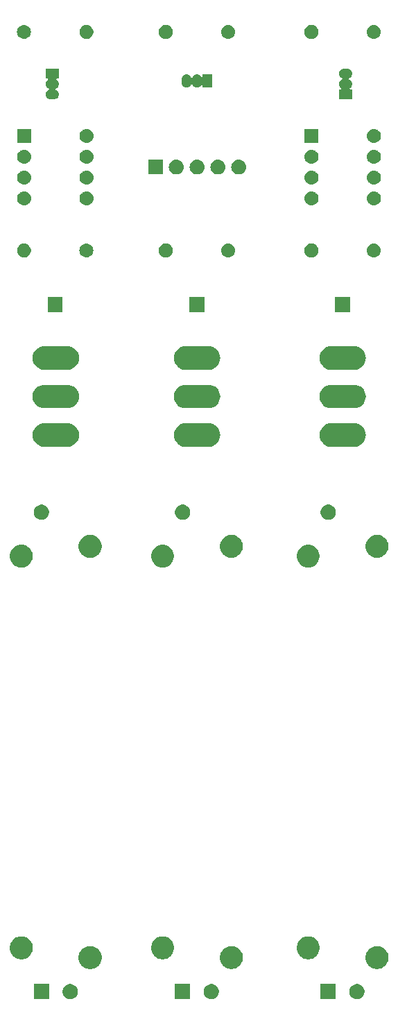
<source format=gts>
G04 #@! TF.GenerationSoftware,KiCad,Pcbnew,5.1.4-e60b266~84~ubuntu19.04.1*
G04 #@! TF.CreationDate,2019-09-11T11:59:24+02:00*
G04 #@! TF.ProjectId,PixelSlasher,50697865-6c53-46c6-9173-6865722e6b69,2.0.3*
G04 #@! TF.SameCoordinates,Original*
G04 #@! TF.FileFunction,Soldermask,Top*
G04 #@! TF.FilePolarity,Negative*
%FSLAX46Y46*%
G04 Gerber Fmt 4.6, Leading zero omitted, Abs format (unit mm)*
G04 Created by KiCad (PCBNEW 5.1.4-e60b266~84~ubuntu19.04.1) date 2019-09-11 11:59:24*
%MOMM*%
%LPD*%
G04 APERTURE LIST*
%ADD10C,0.100000*%
G04 APERTURE END LIST*
D10*
G36*
X149820104Y-165765005D02*
G01*
X149988626Y-165834809D01*
X150140291Y-165936148D01*
X150269272Y-166065129D01*
X150370611Y-166216794D01*
X150440415Y-166385316D01*
X150476000Y-166564217D01*
X150476000Y-166746623D01*
X150440415Y-166925524D01*
X150370611Y-167094046D01*
X150269272Y-167245711D01*
X150140291Y-167374692D01*
X149988626Y-167476031D01*
X149820104Y-167545835D01*
X149641203Y-167581420D01*
X149458797Y-167581420D01*
X149279896Y-167545835D01*
X149111374Y-167476031D01*
X148959709Y-167374692D01*
X148830728Y-167245711D01*
X148729389Y-167094046D01*
X148659585Y-166925524D01*
X148624000Y-166746623D01*
X148624000Y-166564217D01*
X148659585Y-166385316D01*
X148729389Y-166216794D01*
X148830728Y-166065129D01*
X148959709Y-165936148D01*
X149111374Y-165834809D01*
X149279896Y-165765005D01*
X149458797Y-165729420D01*
X149641203Y-165729420D01*
X149820104Y-165765005D01*
X149820104Y-165765005D01*
G37*
G36*
X146976000Y-167581420D02*
G01*
X145124000Y-167581420D01*
X145124000Y-165729420D01*
X146976000Y-165729420D01*
X146976000Y-167581420D01*
X146976000Y-167581420D01*
G37*
G36*
X111952000Y-167581420D02*
G01*
X110100000Y-167581420D01*
X110100000Y-165729420D01*
X111952000Y-165729420D01*
X111952000Y-167581420D01*
X111952000Y-167581420D01*
G37*
G36*
X114796104Y-165765005D02*
G01*
X114964626Y-165834809D01*
X115116291Y-165936148D01*
X115245272Y-166065129D01*
X115346611Y-166216794D01*
X115416415Y-166385316D01*
X115452000Y-166564217D01*
X115452000Y-166746623D01*
X115416415Y-166925524D01*
X115346611Y-167094046D01*
X115245272Y-167245711D01*
X115116291Y-167374692D01*
X114964626Y-167476031D01*
X114796104Y-167545835D01*
X114617203Y-167581420D01*
X114434797Y-167581420D01*
X114255896Y-167545835D01*
X114087374Y-167476031D01*
X113935709Y-167374692D01*
X113806728Y-167245711D01*
X113705389Y-167094046D01*
X113635585Y-166925524D01*
X113600000Y-166746623D01*
X113600000Y-166564217D01*
X113635585Y-166385316D01*
X113705389Y-166216794D01*
X113806728Y-166065129D01*
X113935709Y-165936148D01*
X114087374Y-165834809D01*
X114255896Y-165765005D01*
X114434797Y-165729420D01*
X114617203Y-165729420D01*
X114796104Y-165765005D01*
X114796104Y-165765005D01*
G37*
G36*
X132040104Y-165765005D02*
G01*
X132208626Y-165834809D01*
X132360291Y-165936148D01*
X132489272Y-166065129D01*
X132590611Y-166216794D01*
X132660415Y-166385316D01*
X132696000Y-166564217D01*
X132696000Y-166746623D01*
X132660415Y-166925524D01*
X132590611Y-167094046D01*
X132489272Y-167245711D01*
X132360291Y-167374692D01*
X132208626Y-167476031D01*
X132040104Y-167545835D01*
X131861203Y-167581420D01*
X131678797Y-167581420D01*
X131499896Y-167545835D01*
X131331374Y-167476031D01*
X131179709Y-167374692D01*
X131050728Y-167245711D01*
X130949389Y-167094046D01*
X130879585Y-166925524D01*
X130844000Y-166746623D01*
X130844000Y-166564217D01*
X130879585Y-166385316D01*
X130949389Y-166216794D01*
X131050728Y-166065129D01*
X131179709Y-165936148D01*
X131331374Y-165834809D01*
X131499896Y-165765005D01*
X131678797Y-165729420D01*
X131861203Y-165729420D01*
X132040104Y-165765005D01*
X132040104Y-165765005D01*
G37*
G36*
X129196000Y-167581420D02*
G01*
X127344000Y-167581420D01*
X127344000Y-165729420D01*
X129196000Y-165729420D01*
X129196000Y-167581420D01*
X129196000Y-167581420D01*
G37*
G36*
X134538433Y-161140313D02*
G01*
X134628657Y-161158259D01*
X134734267Y-161202005D01*
X134883621Y-161263869D01*
X134883622Y-161263870D01*
X135113086Y-161417192D01*
X135308228Y-161612334D01*
X135376209Y-161714076D01*
X135461551Y-161841799D01*
X135567161Y-162096764D01*
X135621000Y-162367432D01*
X135621000Y-162643408D01*
X135567161Y-162914076D01*
X135461551Y-163169041D01*
X135461550Y-163169042D01*
X135308228Y-163398506D01*
X135113086Y-163593648D01*
X134959763Y-163696095D01*
X134883621Y-163746971D01*
X134734267Y-163808835D01*
X134628657Y-163852581D01*
X134538433Y-163870527D01*
X134357988Y-163906420D01*
X134082012Y-163906420D01*
X133901567Y-163870527D01*
X133811343Y-163852581D01*
X133705733Y-163808835D01*
X133556379Y-163746971D01*
X133480237Y-163696095D01*
X133326914Y-163593648D01*
X133131772Y-163398506D01*
X132978450Y-163169042D01*
X132978449Y-163169041D01*
X132872839Y-162914076D01*
X132819000Y-162643408D01*
X132819000Y-162367432D01*
X132872839Y-162096764D01*
X132978449Y-161841799D01*
X133063791Y-161714076D01*
X133131772Y-161612334D01*
X133326914Y-161417192D01*
X133556378Y-161263870D01*
X133556379Y-161263869D01*
X133705733Y-161202005D01*
X133811343Y-161158259D01*
X133901567Y-161140313D01*
X134082012Y-161104420D01*
X134357988Y-161104420D01*
X134538433Y-161140313D01*
X134538433Y-161140313D01*
G37*
G36*
X152318433Y-161140313D02*
G01*
X152408657Y-161158259D01*
X152514267Y-161202005D01*
X152663621Y-161263869D01*
X152663622Y-161263870D01*
X152893086Y-161417192D01*
X153088228Y-161612334D01*
X153156209Y-161714076D01*
X153241551Y-161841799D01*
X153347161Y-162096764D01*
X153401000Y-162367432D01*
X153401000Y-162643408D01*
X153347161Y-162914076D01*
X153241551Y-163169041D01*
X153241550Y-163169042D01*
X153088228Y-163398506D01*
X152893086Y-163593648D01*
X152739763Y-163696095D01*
X152663621Y-163746971D01*
X152514267Y-163808835D01*
X152408657Y-163852581D01*
X152318433Y-163870527D01*
X152137988Y-163906420D01*
X151862012Y-163906420D01*
X151681567Y-163870527D01*
X151591343Y-163852581D01*
X151485733Y-163808835D01*
X151336379Y-163746971D01*
X151260237Y-163696095D01*
X151106914Y-163593648D01*
X150911772Y-163398506D01*
X150758450Y-163169042D01*
X150758449Y-163169041D01*
X150652839Y-162914076D01*
X150599000Y-162643408D01*
X150599000Y-162367432D01*
X150652839Y-162096764D01*
X150758449Y-161841799D01*
X150843791Y-161714076D01*
X150911772Y-161612334D01*
X151106914Y-161417192D01*
X151336378Y-161263870D01*
X151336379Y-161263869D01*
X151485733Y-161202005D01*
X151591343Y-161158259D01*
X151681567Y-161140313D01*
X151862012Y-161104420D01*
X152137988Y-161104420D01*
X152318433Y-161140313D01*
X152318433Y-161140313D01*
G37*
G36*
X117294433Y-161140313D02*
G01*
X117384657Y-161158259D01*
X117490267Y-161202005D01*
X117639621Y-161263869D01*
X117639622Y-161263870D01*
X117869086Y-161417192D01*
X118064228Y-161612334D01*
X118132209Y-161714076D01*
X118217551Y-161841799D01*
X118323161Y-162096764D01*
X118377000Y-162367432D01*
X118377000Y-162643408D01*
X118323161Y-162914076D01*
X118217551Y-163169041D01*
X118217550Y-163169042D01*
X118064228Y-163398506D01*
X117869086Y-163593648D01*
X117715763Y-163696095D01*
X117639621Y-163746971D01*
X117490267Y-163808835D01*
X117384657Y-163852581D01*
X117294433Y-163870527D01*
X117113988Y-163906420D01*
X116838012Y-163906420D01*
X116657567Y-163870527D01*
X116567343Y-163852581D01*
X116461733Y-163808835D01*
X116312379Y-163746971D01*
X116236237Y-163696095D01*
X116082914Y-163593648D01*
X115887772Y-163398506D01*
X115734450Y-163169042D01*
X115734449Y-163169041D01*
X115628839Y-162914076D01*
X115575000Y-162643408D01*
X115575000Y-162367432D01*
X115628839Y-162096764D01*
X115734449Y-161841799D01*
X115819791Y-161714076D01*
X115887772Y-161612334D01*
X116082914Y-161417192D01*
X116312378Y-161263870D01*
X116312379Y-161263869D01*
X116461733Y-161202005D01*
X116567343Y-161158259D01*
X116657567Y-161140313D01*
X116838012Y-161104420D01*
X117113988Y-161104420D01*
X117294433Y-161140313D01*
X117294433Y-161140313D01*
G37*
G36*
X126138433Y-159940313D02*
G01*
X126228657Y-159958259D01*
X126334267Y-160002005D01*
X126483621Y-160063869D01*
X126483622Y-160063870D01*
X126713086Y-160217192D01*
X126908228Y-160412334D01*
X127010675Y-160565657D01*
X127061551Y-160641799D01*
X127167161Y-160896764D01*
X127221000Y-161167432D01*
X127221000Y-161443408D01*
X127167161Y-161714076D01*
X127061551Y-161969041D01*
X127061550Y-161969042D01*
X126908228Y-162198506D01*
X126713086Y-162393648D01*
X126559763Y-162496095D01*
X126483621Y-162546971D01*
X126334267Y-162608835D01*
X126228657Y-162652581D01*
X126138433Y-162670527D01*
X125957988Y-162706420D01*
X125682012Y-162706420D01*
X125501567Y-162670527D01*
X125411343Y-162652581D01*
X125305733Y-162608835D01*
X125156379Y-162546971D01*
X125080237Y-162496095D01*
X124926914Y-162393648D01*
X124731772Y-162198506D01*
X124578450Y-161969042D01*
X124578449Y-161969041D01*
X124472839Y-161714076D01*
X124419000Y-161443408D01*
X124419000Y-161167432D01*
X124472839Y-160896764D01*
X124578449Y-160641799D01*
X124629325Y-160565657D01*
X124731772Y-160412334D01*
X124926914Y-160217192D01*
X125156378Y-160063870D01*
X125156379Y-160063869D01*
X125305733Y-160002005D01*
X125411343Y-159958259D01*
X125501567Y-159940313D01*
X125682012Y-159904420D01*
X125957988Y-159904420D01*
X126138433Y-159940313D01*
X126138433Y-159940313D01*
G37*
G36*
X143918433Y-159940313D02*
G01*
X144008657Y-159958259D01*
X144114267Y-160002005D01*
X144263621Y-160063869D01*
X144263622Y-160063870D01*
X144493086Y-160217192D01*
X144688228Y-160412334D01*
X144790675Y-160565657D01*
X144841551Y-160641799D01*
X144947161Y-160896764D01*
X145001000Y-161167432D01*
X145001000Y-161443408D01*
X144947161Y-161714076D01*
X144841551Y-161969041D01*
X144841550Y-161969042D01*
X144688228Y-162198506D01*
X144493086Y-162393648D01*
X144339763Y-162496095D01*
X144263621Y-162546971D01*
X144114267Y-162608835D01*
X144008657Y-162652581D01*
X143918433Y-162670527D01*
X143737988Y-162706420D01*
X143462012Y-162706420D01*
X143281567Y-162670527D01*
X143191343Y-162652581D01*
X143085733Y-162608835D01*
X142936379Y-162546971D01*
X142860237Y-162496095D01*
X142706914Y-162393648D01*
X142511772Y-162198506D01*
X142358450Y-161969042D01*
X142358449Y-161969041D01*
X142252839Y-161714076D01*
X142199000Y-161443408D01*
X142199000Y-161167432D01*
X142252839Y-160896764D01*
X142358449Y-160641799D01*
X142409325Y-160565657D01*
X142511772Y-160412334D01*
X142706914Y-160217192D01*
X142936378Y-160063870D01*
X142936379Y-160063869D01*
X143085733Y-160002005D01*
X143191343Y-159958259D01*
X143281567Y-159940313D01*
X143462012Y-159904420D01*
X143737988Y-159904420D01*
X143918433Y-159940313D01*
X143918433Y-159940313D01*
G37*
G36*
X108894433Y-159940313D02*
G01*
X108984657Y-159958259D01*
X109090267Y-160002005D01*
X109239621Y-160063869D01*
X109239622Y-160063870D01*
X109469086Y-160217192D01*
X109664228Y-160412334D01*
X109766675Y-160565657D01*
X109817551Y-160641799D01*
X109923161Y-160896764D01*
X109977000Y-161167432D01*
X109977000Y-161443408D01*
X109923161Y-161714076D01*
X109817551Y-161969041D01*
X109817550Y-161969042D01*
X109664228Y-162198506D01*
X109469086Y-162393648D01*
X109315763Y-162496095D01*
X109239621Y-162546971D01*
X109090267Y-162608835D01*
X108984657Y-162652581D01*
X108894433Y-162670527D01*
X108713988Y-162706420D01*
X108438012Y-162706420D01*
X108257567Y-162670527D01*
X108167343Y-162652581D01*
X108061733Y-162608835D01*
X107912379Y-162546971D01*
X107836237Y-162496095D01*
X107682914Y-162393648D01*
X107487772Y-162198506D01*
X107334450Y-161969042D01*
X107334449Y-161969041D01*
X107228839Y-161714076D01*
X107175000Y-161443408D01*
X107175000Y-161167432D01*
X107228839Y-160896764D01*
X107334449Y-160641799D01*
X107385325Y-160565657D01*
X107487772Y-160412334D01*
X107682914Y-160217192D01*
X107912378Y-160063870D01*
X107912379Y-160063869D01*
X108061733Y-160002005D01*
X108167343Y-159958259D01*
X108257567Y-159940313D01*
X108438012Y-159904420D01*
X108713988Y-159904420D01*
X108894433Y-159940313D01*
X108894433Y-159940313D01*
G37*
G36*
X108894433Y-112140313D02*
G01*
X108984657Y-112158259D01*
X109090267Y-112202005D01*
X109239621Y-112263869D01*
X109239622Y-112263870D01*
X109469086Y-112417192D01*
X109664228Y-112612334D01*
X109732209Y-112714076D01*
X109817551Y-112841799D01*
X109923161Y-113096764D01*
X109977000Y-113367432D01*
X109977000Y-113643408D01*
X109923161Y-113914076D01*
X109817551Y-114169041D01*
X109817550Y-114169042D01*
X109664228Y-114398506D01*
X109469086Y-114593648D01*
X109315763Y-114696095D01*
X109239621Y-114746971D01*
X109090267Y-114808835D01*
X108984657Y-114852581D01*
X108894433Y-114870527D01*
X108713988Y-114906420D01*
X108438012Y-114906420D01*
X108257567Y-114870527D01*
X108167343Y-114852581D01*
X108061733Y-114808835D01*
X107912379Y-114746971D01*
X107836237Y-114696095D01*
X107682914Y-114593648D01*
X107487772Y-114398506D01*
X107334450Y-114169042D01*
X107334449Y-114169041D01*
X107228839Y-113914076D01*
X107175000Y-113643408D01*
X107175000Y-113367432D01*
X107228839Y-113096764D01*
X107334449Y-112841799D01*
X107419791Y-112714076D01*
X107487772Y-112612334D01*
X107682914Y-112417192D01*
X107912378Y-112263870D01*
X107912379Y-112263869D01*
X108061733Y-112202005D01*
X108167343Y-112158259D01*
X108257567Y-112140313D01*
X108438012Y-112104420D01*
X108713988Y-112104420D01*
X108894433Y-112140313D01*
X108894433Y-112140313D01*
G37*
G36*
X126138433Y-112140313D02*
G01*
X126228657Y-112158259D01*
X126334267Y-112202005D01*
X126483621Y-112263869D01*
X126483622Y-112263870D01*
X126713086Y-112417192D01*
X126908228Y-112612334D01*
X126976209Y-112714076D01*
X127061551Y-112841799D01*
X127167161Y-113096764D01*
X127221000Y-113367432D01*
X127221000Y-113643408D01*
X127167161Y-113914076D01*
X127061551Y-114169041D01*
X127061550Y-114169042D01*
X126908228Y-114398506D01*
X126713086Y-114593648D01*
X126559763Y-114696095D01*
X126483621Y-114746971D01*
X126334267Y-114808835D01*
X126228657Y-114852581D01*
X126138433Y-114870527D01*
X125957988Y-114906420D01*
X125682012Y-114906420D01*
X125501567Y-114870527D01*
X125411343Y-114852581D01*
X125305733Y-114808835D01*
X125156379Y-114746971D01*
X125080237Y-114696095D01*
X124926914Y-114593648D01*
X124731772Y-114398506D01*
X124578450Y-114169042D01*
X124578449Y-114169041D01*
X124472839Y-113914076D01*
X124419000Y-113643408D01*
X124419000Y-113367432D01*
X124472839Y-113096764D01*
X124578449Y-112841799D01*
X124663791Y-112714076D01*
X124731772Y-112612334D01*
X124926914Y-112417192D01*
X125156378Y-112263870D01*
X125156379Y-112263869D01*
X125305733Y-112202005D01*
X125411343Y-112158259D01*
X125501567Y-112140313D01*
X125682012Y-112104420D01*
X125957988Y-112104420D01*
X126138433Y-112140313D01*
X126138433Y-112140313D01*
G37*
G36*
X143918433Y-112140313D02*
G01*
X144008657Y-112158259D01*
X144114267Y-112202005D01*
X144263621Y-112263869D01*
X144263622Y-112263870D01*
X144493086Y-112417192D01*
X144688228Y-112612334D01*
X144756209Y-112714076D01*
X144841551Y-112841799D01*
X144947161Y-113096764D01*
X145001000Y-113367432D01*
X145001000Y-113643408D01*
X144947161Y-113914076D01*
X144841551Y-114169041D01*
X144841550Y-114169042D01*
X144688228Y-114398506D01*
X144493086Y-114593648D01*
X144339763Y-114696095D01*
X144263621Y-114746971D01*
X144114267Y-114808835D01*
X144008657Y-114852581D01*
X143918433Y-114870527D01*
X143737988Y-114906420D01*
X143462012Y-114906420D01*
X143281567Y-114870527D01*
X143191343Y-114852581D01*
X143085733Y-114808835D01*
X142936379Y-114746971D01*
X142860237Y-114696095D01*
X142706914Y-114593648D01*
X142511772Y-114398506D01*
X142358450Y-114169042D01*
X142358449Y-114169041D01*
X142252839Y-113914076D01*
X142199000Y-113643408D01*
X142199000Y-113367432D01*
X142252839Y-113096764D01*
X142358449Y-112841799D01*
X142443791Y-112714076D01*
X142511772Y-112612334D01*
X142706914Y-112417192D01*
X142936378Y-112263870D01*
X142936379Y-112263869D01*
X143085733Y-112202005D01*
X143191343Y-112158259D01*
X143281567Y-112140313D01*
X143462012Y-112104420D01*
X143737988Y-112104420D01*
X143918433Y-112140313D01*
X143918433Y-112140313D01*
G37*
G36*
X117294433Y-110940313D02*
G01*
X117384657Y-110958259D01*
X117490267Y-111002005D01*
X117639621Y-111063869D01*
X117639622Y-111063870D01*
X117869086Y-111217192D01*
X118064228Y-111412334D01*
X118166675Y-111565657D01*
X118217551Y-111641799D01*
X118323161Y-111896764D01*
X118377000Y-112167432D01*
X118377000Y-112443408D01*
X118323161Y-112714076D01*
X118217551Y-112969041D01*
X118217550Y-112969042D01*
X118064228Y-113198506D01*
X117869086Y-113393648D01*
X117715763Y-113496095D01*
X117639621Y-113546971D01*
X117490267Y-113608835D01*
X117384657Y-113652581D01*
X117294433Y-113670527D01*
X117113988Y-113706420D01*
X116838012Y-113706420D01*
X116657567Y-113670527D01*
X116567343Y-113652581D01*
X116461733Y-113608835D01*
X116312379Y-113546971D01*
X116236237Y-113496095D01*
X116082914Y-113393648D01*
X115887772Y-113198506D01*
X115734450Y-112969042D01*
X115734449Y-112969041D01*
X115628839Y-112714076D01*
X115575000Y-112443408D01*
X115575000Y-112167432D01*
X115628839Y-111896764D01*
X115734449Y-111641799D01*
X115785325Y-111565657D01*
X115887772Y-111412334D01*
X116082914Y-111217192D01*
X116312378Y-111063870D01*
X116312379Y-111063869D01*
X116461733Y-111002005D01*
X116567343Y-110958259D01*
X116657567Y-110940313D01*
X116838012Y-110904420D01*
X117113988Y-110904420D01*
X117294433Y-110940313D01*
X117294433Y-110940313D01*
G37*
G36*
X134538433Y-110940313D02*
G01*
X134628657Y-110958259D01*
X134734267Y-111002005D01*
X134883621Y-111063869D01*
X134883622Y-111063870D01*
X135113086Y-111217192D01*
X135308228Y-111412334D01*
X135410675Y-111565657D01*
X135461551Y-111641799D01*
X135567161Y-111896764D01*
X135621000Y-112167432D01*
X135621000Y-112443408D01*
X135567161Y-112714076D01*
X135461551Y-112969041D01*
X135461550Y-112969042D01*
X135308228Y-113198506D01*
X135113086Y-113393648D01*
X134959763Y-113496095D01*
X134883621Y-113546971D01*
X134734267Y-113608835D01*
X134628657Y-113652581D01*
X134538433Y-113670527D01*
X134357988Y-113706420D01*
X134082012Y-113706420D01*
X133901567Y-113670527D01*
X133811343Y-113652581D01*
X133705733Y-113608835D01*
X133556379Y-113546971D01*
X133480237Y-113496095D01*
X133326914Y-113393648D01*
X133131772Y-113198506D01*
X132978450Y-112969042D01*
X132978449Y-112969041D01*
X132872839Y-112714076D01*
X132819000Y-112443408D01*
X132819000Y-112167432D01*
X132872839Y-111896764D01*
X132978449Y-111641799D01*
X133029325Y-111565657D01*
X133131772Y-111412334D01*
X133326914Y-111217192D01*
X133556378Y-111063870D01*
X133556379Y-111063869D01*
X133705733Y-111002005D01*
X133811343Y-110958259D01*
X133901567Y-110940313D01*
X134082012Y-110904420D01*
X134357988Y-110904420D01*
X134538433Y-110940313D01*
X134538433Y-110940313D01*
G37*
G36*
X152318433Y-110940313D02*
G01*
X152408657Y-110958259D01*
X152514267Y-111002005D01*
X152663621Y-111063869D01*
X152663622Y-111063870D01*
X152893086Y-111217192D01*
X153088228Y-111412334D01*
X153190675Y-111565657D01*
X153241551Y-111641799D01*
X153347161Y-111896764D01*
X153401000Y-112167432D01*
X153401000Y-112443408D01*
X153347161Y-112714076D01*
X153241551Y-112969041D01*
X153241550Y-112969042D01*
X153088228Y-113198506D01*
X152893086Y-113393648D01*
X152739763Y-113496095D01*
X152663621Y-113546971D01*
X152514267Y-113608835D01*
X152408657Y-113652581D01*
X152318433Y-113670527D01*
X152137988Y-113706420D01*
X151862012Y-113706420D01*
X151681567Y-113670527D01*
X151591343Y-113652581D01*
X151485733Y-113608835D01*
X151336379Y-113546971D01*
X151260237Y-113496095D01*
X151106914Y-113393648D01*
X150911772Y-113198506D01*
X150758450Y-112969042D01*
X150758449Y-112969041D01*
X150652839Y-112714076D01*
X150599000Y-112443408D01*
X150599000Y-112167432D01*
X150652839Y-111896764D01*
X150758449Y-111641799D01*
X150809325Y-111565657D01*
X150911772Y-111412334D01*
X151106914Y-111217192D01*
X151336378Y-111063870D01*
X151336379Y-111063869D01*
X151485733Y-111002005D01*
X151591343Y-110958259D01*
X151681567Y-110940313D01*
X151862012Y-110904420D01*
X152137988Y-110904420D01*
X152318433Y-110940313D01*
X152318433Y-110940313D01*
G37*
G36*
X146320104Y-107265005D02*
G01*
X146488626Y-107334809D01*
X146640291Y-107436148D01*
X146769272Y-107565129D01*
X146870611Y-107716794D01*
X146940415Y-107885316D01*
X146976000Y-108064217D01*
X146976000Y-108246623D01*
X146940415Y-108425524D01*
X146870611Y-108594046D01*
X146769272Y-108745711D01*
X146640291Y-108874692D01*
X146488626Y-108976031D01*
X146320104Y-109045835D01*
X146141203Y-109081420D01*
X145958797Y-109081420D01*
X145779896Y-109045835D01*
X145611374Y-108976031D01*
X145459709Y-108874692D01*
X145330728Y-108745711D01*
X145229389Y-108594046D01*
X145159585Y-108425524D01*
X145124000Y-108246623D01*
X145124000Y-108064217D01*
X145159585Y-107885316D01*
X145229389Y-107716794D01*
X145330728Y-107565129D01*
X145459709Y-107436148D01*
X145611374Y-107334809D01*
X145779896Y-107265005D01*
X145958797Y-107229420D01*
X146141203Y-107229420D01*
X146320104Y-107265005D01*
X146320104Y-107265005D01*
G37*
G36*
X111296104Y-107265005D02*
G01*
X111464626Y-107334809D01*
X111616291Y-107436148D01*
X111745272Y-107565129D01*
X111846611Y-107716794D01*
X111916415Y-107885316D01*
X111952000Y-108064217D01*
X111952000Y-108246623D01*
X111916415Y-108425524D01*
X111846611Y-108594046D01*
X111745272Y-108745711D01*
X111616291Y-108874692D01*
X111464626Y-108976031D01*
X111296104Y-109045835D01*
X111117203Y-109081420D01*
X110934797Y-109081420D01*
X110755896Y-109045835D01*
X110587374Y-108976031D01*
X110435709Y-108874692D01*
X110306728Y-108745711D01*
X110205389Y-108594046D01*
X110135585Y-108425524D01*
X110100000Y-108246623D01*
X110100000Y-108064217D01*
X110135585Y-107885316D01*
X110205389Y-107716794D01*
X110306728Y-107565129D01*
X110435709Y-107436148D01*
X110587374Y-107334809D01*
X110755896Y-107265005D01*
X110934797Y-107229420D01*
X111117203Y-107229420D01*
X111296104Y-107265005D01*
X111296104Y-107265005D01*
G37*
G36*
X128540104Y-107265005D02*
G01*
X128708626Y-107334809D01*
X128860291Y-107436148D01*
X128989272Y-107565129D01*
X129090611Y-107716794D01*
X129160415Y-107885316D01*
X129196000Y-108064217D01*
X129196000Y-108246623D01*
X129160415Y-108425524D01*
X129090611Y-108594046D01*
X128989272Y-108745711D01*
X128860291Y-108874692D01*
X128708626Y-108976031D01*
X128540104Y-109045835D01*
X128361203Y-109081420D01*
X128178797Y-109081420D01*
X127999896Y-109045835D01*
X127831374Y-108976031D01*
X127679709Y-108874692D01*
X127550728Y-108745711D01*
X127449389Y-108594046D01*
X127379585Y-108425524D01*
X127344000Y-108246623D01*
X127344000Y-108064217D01*
X127379585Y-107885316D01*
X127449389Y-107716794D01*
X127550728Y-107565129D01*
X127679709Y-107436148D01*
X127831374Y-107334809D01*
X127999896Y-107265005D01*
X128178797Y-107229420D01*
X128361203Y-107229420D01*
X128540104Y-107265005D01*
X128540104Y-107265005D01*
G37*
G36*
X149363831Y-97297627D02*
G01*
X149469495Y-97308034D01*
X149740654Y-97390289D01*
X149990555Y-97523864D01*
X150209595Y-97703625D01*
X150389356Y-97922665D01*
X150522931Y-98172566D01*
X150605186Y-98443725D01*
X150632960Y-98725720D01*
X150605186Y-99007715D01*
X150522931Y-99278874D01*
X150389356Y-99528775D01*
X150209595Y-99747815D01*
X149990555Y-99927576D01*
X149740654Y-100061151D01*
X149469495Y-100143406D01*
X149363831Y-100153813D01*
X149258168Y-100164220D01*
X146341832Y-100164220D01*
X146236169Y-100153813D01*
X146130505Y-100143406D01*
X145859346Y-100061151D01*
X145609445Y-99927576D01*
X145390405Y-99747815D01*
X145210644Y-99528775D01*
X145077069Y-99278874D01*
X144994814Y-99007715D01*
X144967040Y-98725720D01*
X144994814Y-98443725D01*
X145077069Y-98172566D01*
X145210644Y-97922665D01*
X145390405Y-97703625D01*
X145609445Y-97523864D01*
X145859346Y-97390289D01*
X146130505Y-97308034D01*
X146236169Y-97297627D01*
X146341832Y-97287220D01*
X149258168Y-97287220D01*
X149363831Y-97297627D01*
X149363831Y-97297627D01*
G37*
G36*
X131583831Y-97297627D02*
G01*
X131689495Y-97308034D01*
X131960654Y-97390289D01*
X132210555Y-97523864D01*
X132429595Y-97703625D01*
X132609356Y-97922665D01*
X132742931Y-98172566D01*
X132825186Y-98443725D01*
X132852960Y-98725720D01*
X132825186Y-99007715D01*
X132742931Y-99278874D01*
X132609356Y-99528775D01*
X132429595Y-99747815D01*
X132210555Y-99927576D01*
X131960654Y-100061151D01*
X131689495Y-100143406D01*
X131583831Y-100153813D01*
X131478168Y-100164220D01*
X128561832Y-100164220D01*
X128456169Y-100153813D01*
X128350505Y-100143406D01*
X128079346Y-100061151D01*
X127829445Y-99927576D01*
X127610405Y-99747815D01*
X127430644Y-99528775D01*
X127297069Y-99278874D01*
X127214814Y-99007715D01*
X127187040Y-98725720D01*
X127214814Y-98443725D01*
X127297069Y-98172566D01*
X127430644Y-97922665D01*
X127610405Y-97703625D01*
X127829445Y-97523864D01*
X128079346Y-97390289D01*
X128350505Y-97308034D01*
X128456169Y-97297627D01*
X128561832Y-97287220D01*
X131478168Y-97287220D01*
X131583831Y-97297627D01*
X131583831Y-97297627D01*
G37*
G36*
X114339831Y-97297627D02*
G01*
X114445495Y-97308034D01*
X114716654Y-97390289D01*
X114966555Y-97523864D01*
X115185595Y-97703625D01*
X115365356Y-97922665D01*
X115498931Y-98172566D01*
X115581186Y-98443725D01*
X115608960Y-98725720D01*
X115581186Y-99007715D01*
X115498931Y-99278874D01*
X115365356Y-99528775D01*
X115185595Y-99747815D01*
X114966555Y-99927576D01*
X114716654Y-100061151D01*
X114445495Y-100143406D01*
X114339831Y-100153813D01*
X114234168Y-100164220D01*
X111317832Y-100164220D01*
X111212169Y-100153813D01*
X111106505Y-100143406D01*
X110835346Y-100061151D01*
X110585445Y-99927576D01*
X110366405Y-99747815D01*
X110186644Y-99528775D01*
X110053069Y-99278874D01*
X109970814Y-99007715D01*
X109943040Y-98725720D01*
X109970814Y-98443725D01*
X110053069Y-98172566D01*
X110186644Y-97922665D01*
X110366405Y-97703625D01*
X110585445Y-97523864D01*
X110835346Y-97390289D01*
X111106505Y-97308034D01*
X111212169Y-97297627D01*
X111317832Y-97287220D01*
X114234168Y-97287220D01*
X114339831Y-97297627D01*
X114339831Y-97297627D01*
G37*
G36*
X149363831Y-92597627D02*
G01*
X149469495Y-92608034D01*
X149740654Y-92690289D01*
X149990555Y-92823864D01*
X150209595Y-93003625D01*
X150389356Y-93222665D01*
X150522931Y-93472566D01*
X150605186Y-93743725D01*
X150632960Y-94025720D01*
X150605186Y-94307715D01*
X150522931Y-94578874D01*
X150389356Y-94828775D01*
X150209595Y-95047815D01*
X149990555Y-95227576D01*
X149740654Y-95361151D01*
X149469495Y-95443406D01*
X149363831Y-95453813D01*
X149258168Y-95464220D01*
X146341832Y-95464220D01*
X146236169Y-95453813D01*
X146130505Y-95443406D01*
X145859346Y-95361151D01*
X145609445Y-95227576D01*
X145390405Y-95047815D01*
X145210644Y-94828775D01*
X145077069Y-94578874D01*
X144994814Y-94307715D01*
X144967040Y-94025720D01*
X144994814Y-93743725D01*
X145077069Y-93472566D01*
X145210644Y-93222665D01*
X145390405Y-93003625D01*
X145609445Y-92823864D01*
X145859346Y-92690289D01*
X146130505Y-92608034D01*
X146236169Y-92597627D01*
X146341832Y-92587220D01*
X149258168Y-92587220D01*
X149363831Y-92597627D01*
X149363831Y-92597627D01*
G37*
G36*
X131583831Y-92597627D02*
G01*
X131689495Y-92608034D01*
X131960654Y-92690289D01*
X132210555Y-92823864D01*
X132429595Y-93003625D01*
X132609356Y-93222665D01*
X132742931Y-93472566D01*
X132825186Y-93743725D01*
X132852960Y-94025720D01*
X132825186Y-94307715D01*
X132742931Y-94578874D01*
X132609356Y-94828775D01*
X132429595Y-95047815D01*
X132210555Y-95227576D01*
X131960654Y-95361151D01*
X131689495Y-95443406D01*
X131583831Y-95453813D01*
X131478168Y-95464220D01*
X128561832Y-95464220D01*
X128456169Y-95453813D01*
X128350505Y-95443406D01*
X128079346Y-95361151D01*
X127829445Y-95227576D01*
X127610405Y-95047815D01*
X127430644Y-94828775D01*
X127297069Y-94578874D01*
X127214814Y-94307715D01*
X127187040Y-94025720D01*
X127214814Y-93743725D01*
X127297069Y-93472566D01*
X127430644Y-93222665D01*
X127610405Y-93003625D01*
X127829445Y-92823864D01*
X128079346Y-92690289D01*
X128350505Y-92608034D01*
X128456169Y-92597627D01*
X128561832Y-92587220D01*
X131478168Y-92587220D01*
X131583831Y-92597627D01*
X131583831Y-92597627D01*
G37*
G36*
X114339831Y-92597627D02*
G01*
X114445495Y-92608034D01*
X114716654Y-92690289D01*
X114966555Y-92823864D01*
X115185595Y-93003625D01*
X115365356Y-93222665D01*
X115498931Y-93472566D01*
X115581186Y-93743725D01*
X115608960Y-94025720D01*
X115581186Y-94307715D01*
X115498931Y-94578874D01*
X115365356Y-94828775D01*
X115185595Y-95047815D01*
X114966555Y-95227576D01*
X114716654Y-95361151D01*
X114445495Y-95443406D01*
X114339831Y-95453813D01*
X114234168Y-95464220D01*
X111317832Y-95464220D01*
X111212169Y-95453813D01*
X111106505Y-95443406D01*
X110835346Y-95361151D01*
X110585445Y-95227576D01*
X110366405Y-95047815D01*
X110186644Y-94828775D01*
X110053069Y-94578874D01*
X109970814Y-94307715D01*
X109943040Y-94025720D01*
X109970814Y-93743725D01*
X110053069Y-93472566D01*
X110186644Y-93222665D01*
X110366405Y-93003625D01*
X110585445Y-92823864D01*
X110835346Y-92690289D01*
X111106505Y-92608034D01*
X111212169Y-92597627D01*
X111317832Y-92587220D01*
X114234168Y-92587220D01*
X114339831Y-92597627D01*
X114339831Y-92597627D01*
G37*
G36*
X114339830Y-87897627D02*
G01*
X114445495Y-87908034D01*
X114716654Y-87990289D01*
X114966555Y-88123864D01*
X115185595Y-88303625D01*
X115365356Y-88522665D01*
X115498931Y-88772566D01*
X115581186Y-89043725D01*
X115608960Y-89325720D01*
X115581186Y-89607715D01*
X115498931Y-89878874D01*
X115365356Y-90128775D01*
X115185595Y-90347815D01*
X114966555Y-90527576D01*
X114716654Y-90661151D01*
X114445495Y-90743406D01*
X114339831Y-90753813D01*
X114234168Y-90764220D01*
X111317832Y-90764220D01*
X111212169Y-90753813D01*
X111106505Y-90743406D01*
X110835346Y-90661151D01*
X110585445Y-90527576D01*
X110366405Y-90347815D01*
X110186644Y-90128775D01*
X110053069Y-89878874D01*
X109970814Y-89607715D01*
X109943040Y-89325720D01*
X109970814Y-89043725D01*
X110053069Y-88772566D01*
X110186644Y-88522665D01*
X110366405Y-88303625D01*
X110585445Y-88123864D01*
X110835346Y-87990289D01*
X111106505Y-87908034D01*
X111212170Y-87897627D01*
X111317832Y-87887220D01*
X114234168Y-87887220D01*
X114339830Y-87897627D01*
X114339830Y-87897627D01*
G37*
G36*
X149363830Y-87897627D02*
G01*
X149469495Y-87908034D01*
X149740654Y-87990289D01*
X149990555Y-88123864D01*
X150209595Y-88303625D01*
X150389356Y-88522665D01*
X150522931Y-88772566D01*
X150605186Y-89043725D01*
X150632960Y-89325720D01*
X150605186Y-89607715D01*
X150522931Y-89878874D01*
X150389356Y-90128775D01*
X150209595Y-90347815D01*
X149990555Y-90527576D01*
X149740654Y-90661151D01*
X149469495Y-90743406D01*
X149363831Y-90753813D01*
X149258168Y-90764220D01*
X146341832Y-90764220D01*
X146236169Y-90753813D01*
X146130505Y-90743406D01*
X145859346Y-90661151D01*
X145609445Y-90527576D01*
X145390405Y-90347815D01*
X145210644Y-90128775D01*
X145077069Y-89878874D01*
X144994814Y-89607715D01*
X144967040Y-89325720D01*
X144994814Y-89043725D01*
X145077069Y-88772566D01*
X145210644Y-88522665D01*
X145390405Y-88303625D01*
X145609445Y-88123864D01*
X145859346Y-87990289D01*
X146130505Y-87908034D01*
X146236170Y-87897627D01*
X146341832Y-87887220D01*
X149258168Y-87887220D01*
X149363830Y-87897627D01*
X149363830Y-87897627D01*
G37*
G36*
X131583830Y-87897627D02*
G01*
X131689495Y-87908034D01*
X131960654Y-87990289D01*
X132210555Y-88123864D01*
X132429595Y-88303625D01*
X132609356Y-88522665D01*
X132742931Y-88772566D01*
X132825186Y-89043725D01*
X132852960Y-89325720D01*
X132825186Y-89607715D01*
X132742931Y-89878874D01*
X132609356Y-90128775D01*
X132429595Y-90347815D01*
X132210555Y-90527576D01*
X131960654Y-90661151D01*
X131689495Y-90743406D01*
X131583831Y-90753813D01*
X131478168Y-90764220D01*
X128561832Y-90764220D01*
X128456169Y-90753813D01*
X128350505Y-90743406D01*
X128079346Y-90661151D01*
X127829445Y-90527576D01*
X127610405Y-90347815D01*
X127430644Y-90128775D01*
X127297069Y-89878874D01*
X127214814Y-89607715D01*
X127187040Y-89325720D01*
X127214814Y-89043725D01*
X127297069Y-88772566D01*
X127430644Y-88522665D01*
X127610405Y-88303625D01*
X127829445Y-88123864D01*
X128079346Y-87990289D01*
X128350505Y-87908034D01*
X128456170Y-87897627D01*
X128561832Y-87887220D01*
X131478168Y-87887220D01*
X131583830Y-87897627D01*
X131583830Y-87897627D01*
G37*
G36*
X148701000Y-83711100D02*
G01*
X146899000Y-83711100D01*
X146899000Y-81909100D01*
X148701000Y-81909100D01*
X148701000Y-83711100D01*
X148701000Y-83711100D01*
G37*
G36*
X113606001Y-83711100D02*
G01*
X111804001Y-83711100D01*
X111804001Y-81909100D01*
X113606001Y-81909100D01*
X113606001Y-83711100D01*
X113606001Y-83711100D01*
G37*
G36*
X130921000Y-83711100D02*
G01*
X129119000Y-83711100D01*
X129119000Y-81909100D01*
X130921000Y-81909100D01*
X130921000Y-83711100D01*
X130921000Y-83711100D01*
G37*
G36*
X109143229Y-75381703D02*
G01*
X109298101Y-75445853D01*
X109437482Y-75538985D01*
X109556016Y-75657519D01*
X109649148Y-75796900D01*
X109713298Y-75951772D01*
X109746001Y-76116184D01*
X109746001Y-76283816D01*
X109713298Y-76448228D01*
X109649148Y-76603100D01*
X109556016Y-76742481D01*
X109437482Y-76861015D01*
X109298101Y-76954147D01*
X109143229Y-77018297D01*
X108978817Y-77051000D01*
X108811185Y-77051000D01*
X108646773Y-77018297D01*
X108491901Y-76954147D01*
X108352520Y-76861015D01*
X108233986Y-76742481D01*
X108140854Y-76603100D01*
X108076704Y-76448228D01*
X108044001Y-76283816D01*
X108044001Y-76116184D01*
X108076704Y-75951772D01*
X108140854Y-75796900D01*
X108233986Y-75657519D01*
X108352520Y-75538985D01*
X108491901Y-75445853D01*
X108646773Y-75381703D01*
X108811185Y-75349000D01*
X108978817Y-75349000D01*
X109143229Y-75381703D01*
X109143229Y-75381703D01*
G37*
G36*
X116681824Y-75361313D02*
G01*
X116842243Y-75409976D01*
X116909362Y-75445852D01*
X116990079Y-75488996D01*
X117119660Y-75595341D01*
X117226005Y-75724922D01*
X117226006Y-75724924D01*
X117305025Y-75872758D01*
X117353688Y-76033177D01*
X117370118Y-76200000D01*
X117353688Y-76366823D01*
X117305025Y-76527242D01*
X117264478Y-76603100D01*
X117226005Y-76675078D01*
X117119660Y-76804659D01*
X116990079Y-76911004D01*
X116990077Y-76911005D01*
X116842243Y-76990024D01*
X116681824Y-77038687D01*
X116556805Y-77051000D01*
X116473197Y-77051000D01*
X116348178Y-77038687D01*
X116187759Y-76990024D01*
X116039925Y-76911005D01*
X116039923Y-76911004D01*
X115910342Y-76804659D01*
X115803997Y-76675078D01*
X115765524Y-76603100D01*
X115724977Y-76527242D01*
X115676314Y-76366823D01*
X115659884Y-76200000D01*
X115676314Y-76033177D01*
X115724977Y-75872758D01*
X115803996Y-75724924D01*
X115803997Y-75724922D01*
X115910342Y-75595341D01*
X116039923Y-75488996D01*
X116120640Y-75445852D01*
X116187759Y-75409976D01*
X116348178Y-75361313D01*
X116473197Y-75349000D01*
X116556805Y-75349000D01*
X116681824Y-75361313D01*
X116681824Y-75361313D01*
G37*
G36*
X126458228Y-75381703D02*
G01*
X126613100Y-75445853D01*
X126752481Y-75538985D01*
X126871015Y-75657519D01*
X126964147Y-75796900D01*
X127028297Y-75951772D01*
X127061000Y-76116184D01*
X127061000Y-76283816D01*
X127028297Y-76448228D01*
X126964147Y-76603100D01*
X126871015Y-76742481D01*
X126752481Y-76861015D01*
X126613100Y-76954147D01*
X126458228Y-77018297D01*
X126293816Y-77051000D01*
X126126184Y-77051000D01*
X125961772Y-77018297D01*
X125806900Y-76954147D01*
X125667519Y-76861015D01*
X125548985Y-76742481D01*
X125455853Y-76603100D01*
X125391703Y-76448228D01*
X125359000Y-76283816D01*
X125359000Y-76116184D01*
X125391703Y-75951772D01*
X125455853Y-75796900D01*
X125548985Y-75657519D01*
X125667519Y-75538985D01*
X125806900Y-75445853D01*
X125961772Y-75381703D01*
X126126184Y-75349000D01*
X126293816Y-75349000D01*
X126458228Y-75381703D01*
X126458228Y-75381703D01*
G37*
G36*
X144238228Y-75381703D02*
G01*
X144393100Y-75445853D01*
X144532481Y-75538985D01*
X144651015Y-75657519D01*
X144744147Y-75796900D01*
X144808297Y-75951772D01*
X144841000Y-76116184D01*
X144841000Y-76283816D01*
X144808297Y-76448228D01*
X144744147Y-76603100D01*
X144651015Y-76742481D01*
X144532481Y-76861015D01*
X144393100Y-76954147D01*
X144238228Y-77018297D01*
X144073816Y-77051000D01*
X143906184Y-77051000D01*
X143741772Y-77018297D01*
X143586900Y-76954147D01*
X143447519Y-76861015D01*
X143328985Y-76742481D01*
X143235853Y-76603100D01*
X143171703Y-76448228D01*
X143139000Y-76283816D01*
X143139000Y-76116184D01*
X143171703Y-75951772D01*
X143235853Y-75796900D01*
X143328985Y-75657519D01*
X143447519Y-75538985D01*
X143586900Y-75445853D01*
X143741772Y-75381703D01*
X143906184Y-75349000D01*
X144073816Y-75349000D01*
X144238228Y-75381703D01*
X144238228Y-75381703D01*
G37*
G36*
X133996823Y-75361313D02*
G01*
X134157242Y-75409976D01*
X134224361Y-75445852D01*
X134305078Y-75488996D01*
X134434659Y-75595341D01*
X134541004Y-75724922D01*
X134541005Y-75724924D01*
X134620024Y-75872758D01*
X134668687Y-76033177D01*
X134685117Y-76200000D01*
X134668687Y-76366823D01*
X134620024Y-76527242D01*
X134579477Y-76603100D01*
X134541004Y-76675078D01*
X134434659Y-76804659D01*
X134305078Y-76911004D01*
X134305076Y-76911005D01*
X134157242Y-76990024D01*
X133996823Y-77038687D01*
X133871804Y-77051000D01*
X133788196Y-77051000D01*
X133663177Y-77038687D01*
X133502758Y-76990024D01*
X133354924Y-76911005D01*
X133354922Y-76911004D01*
X133225341Y-76804659D01*
X133118996Y-76675078D01*
X133080523Y-76603100D01*
X133039976Y-76527242D01*
X132991313Y-76366823D01*
X132974883Y-76200000D01*
X132991313Y-76033177D01*
X133039976Y-75872758D01*
X133118995Y-75724924D01*
X133118996Y-75724922D01*
X133225341Y-75595341D01*
X133354922Y-75488996D01*
X133435639Y-75445852D01*
X133502758Y-75409976D01*
X133663177Y-75361313D01*
X133788196Y-75349000D01*
X133871804Y-75349000D01*
X133996823Y-75361313D01*
X133996823Y-75361313D01*
G37*
G36*
X151776823Y-75361313D02*
G01*
X151937242Y-75409976D01*
X152004361Y-75445852D01*
X152085078Y-75488996D01*
X152214659Y-75595341D01*
X152321004Y-75724922D01*
X152321005Y-75724924D01*
X152400024Y-75872758D01*
X152448687Y-76033177D01*
X152465117Y-76200000D01*
X152448687Y-76366823D01*
X152400024Y-76527242D01*
X152359477Y-76603100D01*
X152321004Y-76675078D01*
X152214659Y-76804659D01*
X152085078Y-76911004D01*
X152085076Y-76911005D01*
X151937242Y-76990024D01*
X151776823Y-77038687D01*
X151651804Y-77051000D01*
X151568196Y-77051000D01*
X151443177Y-77038687D01*
X151282758Y-76990024D01*
X151134924Y-76911005D01*
X151134922Y-76911004D01*
X151005341Y-76804659D01*
X150898996Y-76675078D01*
X150860523Y-76603100D01*
X150819976Y-76527242D01*
X150771313Y-76366823D01*
X150754883Y-76200000D01*
X150771313Y-76033177D01*
X150819976Y-75872758D01*
X150898995Y-75724924D01*
X150898996Y-75724922D01*
X151005341Y-75595341D01*
X151134922Y-75488996D01*
X151215639Y-75445852D01*
X151282758Y-75409976D01*
X151443177Y-75361313D01*
X151568196Y-75349000D01*
X151651804Y-75349000D01*
X151776823Y-75361313D01*
X151776823Y-75361313D01*
G37*
G36*
X151786823Y-69011313D02*
G01*
X151947242Y-69059976D01*
X152079906Y-69130886D01*
X152095078Y-69138996D01*
X152224659Y-69245341D01*
X152331004Y-69374922D01*
X152331005Y-69374924D01*
X152410024Y-69522758D01*
X152458687Y-69683177D01*
X152475117Y-69850000D01*
X152458687Y-70016823D01*
X152410024Y-70177242D01*
X152339114Y-70309906D01*
X152331004Y-70325078D01*
X152224659Y-70454659D01*
X152095078Y-70561004D01*
X152095076Y-70561005D01*
X151947242Y-70640024D01*
X151786823Y-70688687D01*
X151661804Y-70701000D01*
X151578196Y-70701000D01*
X151453177Y-70688687D01*
X151292758Y-70640024D01*
X151144924Y-70561005D01*
X151144922Y-70561004D01*
X151015341Y-70454659D01*
X150908996Y-70325078D01*
X150900886Y-70309906D01*
X150829976Y-70177242D01*
X150781313Y-70016823D01*
X150764883Y-69850000D01*
X150781313Y-69683177D01*
X150829976Y-69522758D01*
X150908995Y-69374924D01*
X150908996Y-69374922D01*
X151015341Y-69245341D01*
X151144922Y-69138996D01*
X151160094Y-69130886D01*
X151292758Y-69059976D01*
X151453177Y-69011313D01*
X151578196Y-68999000D01*
X151661804Y-68999000D01*
X151786823Y-69011313D01*
X151786823Y-69011313D01*
G37*
G36*
X109071824Y-69011313D02*
G01*
X109232243Y-69059976D01*
X109364907Y-69130886D01*
X109380079Y-69138996D01*
X109509660Y-69245341D01*
X109616005Y-69374922D01*
X109616006Y-69374924D01*
X109695025Y-69522758D01*
X109743688Y-69683177D01*
X109760118Y-69850000D01*
X109743688Y-70016823D01*
X109695025Y-70177242D01*
X109624115Y-70309906D01*
X109616005Y-70325078D01*
X109509660Y-70454659D01*
X109380079Y-70561004D01*
X109380077Y-70561005D01*
X109232243Y-70640024D01*
X109071824Y-70688687D01*
X108946805Y-70701000D01*
X108863197Y-70701000D01*
X108738178Y-70688687D01*
X108577759Y-70640024D01*
X108429925Y-70561005D01*
X108429923Y-70561004D01*
X108300342Y-70454659D01*
X108193997Y-70325078D01*
X108185887Y-70309906D01*
X108114977Y-70177242D01*
X108066314Y-70016823D01*
X108049884Y-69850000D01*
X108066314Y-69683177D01*
X108114977Y-69522758D01*
X108193996Y-69374924D01*
X108193997Y-69374922D01*
X108300342Y-69245341D01*
X108429923Y-69138996D01*
X108445095Y-69130886D01*
X108577759Y-69059976D01*
X108738178Y-69011313D01*
X108863197Y-68999000D01*
X108946805Y-68999000D01*
X109071824Y-69011313D01*
X109071824Y-69011313D01*
G37*
G36*
X116691824Y-69011313D02*
G01*
X116852243Y-69059976D01*
X116984907Y-69130886D01*
X117000079Y-69138996D01*
X117129660Y-69245341D01*
X117236005Y-69374922D01*
X117236006Y-69374924D01*
X117315025Y-69522758D01*
X117363688Y-69683177D01*
X117380118Y-69850000D01*
X117363688Y-70016823D01*
X117315025Y-70177242D01*
X117244115Y-70309906D01*
X117236005Y-70325078D01*
X117129660Y-70454659D01*
X117000079Y-70561004D01*
X117000077Y-70561005D01*
X116852243Y-70640024D01*
X116691824Y-70688687D01*
X116566805Y-70701000D01*
X116483197Y-70701000D01*
X116358178Y-70688687D01*
X116197759Y-70640024D01*
X116049925Y-70561005D01*
X116049923Y-70561004D01*
X115920342Y-70454659D01*
X115813997Y-70325078D01*
X115805887Y-70309906D01*
X115734977Y-70177242D01*
X115686314Y-70016823D01*
X115669884Y-69850000D01*
X115686314Y-69683177D01*
X115734977Y-69522758D01*
X115813996Y-69374924D01*
X115813997Y-69374922D01*
X115920342Y-69245341D01*
X116049923Y-69138996D01*
X116065095Y-69130886D01*
X116197759Y-69059976D01*
X116358178Y-69011313D01*
X116483197Y-68999000D01*
X116566805Y-68999000D01*
X116691824Y-69011313D01*
X116691824Y-69011313D01*
G37*
G36*
X144166823Y-69011313D02*
G01*
X144327242Y-69059976D01*
X144459906Y-69130886D01*
X144475078Y-69138996D01*
X144604659Y-69245341D01*
X144711004Y-69374922D01*
X144711005Y-69374924D01*
X144790024Y-69522758D01*
X144838687Y-69683177D01*
X144855117Y-69850000D01*
X144838687Y-70016823D01*
X144790024Y-70177242D01*
X144719114Y-70309906D01*
X144711004Y-70325078D01*
X144604659Y-70454659D01*
X144475078Y-70561004D01*
X144475076Y-70561005D01*
X144327242Y-70640024D01*
X144166823Y-70688687D01*
X144041804Y-70701000D01*
X143958196Y-70701000D01*
X143833177Y-70688687D01*
X143672758Y-70640024D01*
X143524924Y-70561005D01*
X143524922Y-70561004D01*
X143395341Y-70454659D01*
X143288996Y-70325078D01*
X143280886Y-70309906D01*
X143209976Y-70177242D01*
X143161313Y-70016823D01*
X143144883Y-69850000D01*
X143161313Y-69683177D01*
X143209976Y-69522758D01*
X143288995Y-69374924D01*
X143288996Y-69374922D01*
X143395341Y-69245341D01*
X143524922Y-69138996D01*
X143540094Y-69130886D01*
X143672758Y-69059976D01*
X143833177Y-69011313D01*
X143958196Y-68999000D01*
X144041804Y-68999000D01*
X144166823Y-69011313D01*
X144166823Y-69011313D01*
G37*
G36*
X116691824Y-66471313D02*
G01*
X116852243Y-66519976D01*
X116984907Y-66590886D01*
X117000079Y-66598996D01*
X117129660Y-66705341D01*
X117236005Y-66834922D01*
X117236006Y-66834924D01*
X117315025Y-66982758D01*
X117363688Y-67143177D01*
X117380118Y-67310000D01*
X117363688Y-67476823D01*
X117315025Y-67637242D01*
X117244115Y-67769906D01*
X117236005Y-67785078D01*
X117129660Y-67914659D01*
X117000079Y-68021004D01*
X117000077Y-68021005D01*
X116852243Y-68100024D01*
X116691824Y-68148687D01*
X116566805Y-68161000D01*
X116483197Y-68161000D01*
X116358178Y-68148687D01*
X116197759Y-68100024D01*
X116049925Y-68021005D01*
X116049923Y-68021004D01*
X115920342Y-67914659D01*
X115813997Y-67785078D01*
X115805887Y-67769906D01*
X115734977Y-67637242D01*
X115686314Y-67476823D01*
X115669884Y-67310000D01*
X115686314Y-67143177D01*
X115734977Y-66982758D01*
X115813996Y-66834924D01*
X115813997Y-66834922D01*
X115920342Y-66705341D01*
X116049923Y-66598996D01*
X116065095Y-66590886D01*
X116197759Y-66519976D01*
X116358178Y-66471313D01*
X116483197Y-66459000D01*
X116566805Y-66459000D01*
X116691824Y-66471313D01*
X116691824Y-66471313D01*
G37*
G36*
X109071824Y-66471313D02*
G01*
X109232243Y-66519976D01*
X109364907Y-66590886D01*
X109380079Y-66598996D01*
X109509660Y-66705341D01*
X109616005Y-66834922D01*
X109616006Y-66834924D01*
X109695025Y-66982758D01*
X109743688Y-67143177D01*
X109760118Y-67310000D01*
X109743688Y-67476823D01*
X109695025Y-67637242D01*
X109624115Y-67769906D01*
X109616005Y-67785078D01*
X109509660Y-67914659D01*
X109380079Y-68021004D01*
X109380077Y-68021005D01*
X109232243Y-68100024D01*
X109071824Y-68148687D01*
X108946805Y-68161000D01*
X108863197Y-68161000D01*
X108738178Y-68148687D01*
X108577759Y-68100024D01*
X108429925Y-68021005D01*
X108429923Y-68021004D01*
X108300342Y-67914659D01*
X108193997Y-67785078D01*
X108185887Y-67769906D01*
X108114977Y-67637242D01*
X108066314Y-67476823D01*
X108049884Y-67310000D01*
X108066314Y-67143177D01*
X108114977Y-66982758D01*
X108193996Y-66834924D01*
X108193997Y-66834922D01*
X108300342Y-66705341D01*
X108429923Y-66598996D01*
X108445095Y-66590886D01*
X108577759Y-66519976D01*
X108738178Y-66471313D01*
X108863197Y-66459000D01*
X108946805Y-66459000D01*
X109071824Y-66471313D01*
X109071824Y-66471313D01*
G37*
G36*
X144166823Y-66471313D02*
G01*
X144327242Y-66519976D01*
X144459906Y-66590886D01*
X144475078Y-66598996D01*
X144604659Y-66705341D01*
X144711004Y-66834922D01*
X144711005Y-66834924D01*
X144790024Y-66982758D01*
X144838687Y-67143177D01*
X144855117Y-67310000D01*
X144838687Y-67476823D01*
X144790024Y-67637242D01*
X144719114Y-67769906D01*
X144711004Y-67785078D01*
X144604659Y-67914659D01*
X144475078Y-68021004D01*
X144475076Y-68021005D01*
X144327242Y-68100024D01*
X144166823Y-68148687D01*
X144041804Y-68161000D01*
X143958196Y-68161000D01*
X143833177Y-68148687D01*
X143672758Y-68100024D01*
X143524924Y-68021005D01*
X143524922Y-68021004D01*
X143395341Y-67914659D01*
X143288996Y-67785078D01*
X143280886Y-67769906D01*
X143209976Y-67637242D01*
X143161313Y-67476823D01*
X143144883Y-67310000D01*
X143161313Y-67143177D01*
X143209976Y-66982758D01*
X143288995Y-66834924D01*
X143288996Y-66834922D01*
X143395341Y-66705341D01*
X143524922Y-66598996D01*
X143540094Y-66590886D01*
X143672758Y-66519976D01*
X143833177Y-66471313D01*
X143958196Y-66459000D01*
X144041804Y-66459000D01*
X144166823Y-66471313D01*
X144166823Y-66471313D01*
G37*
G36*
X151786823Y-66471313D02*
G01*
X151947242Y-66519976D01*
X152079906Y-66590886D01*
X152095078Y-66598996D01*
X152224659Y-66705341D01*
X152331004Y-66834922D01*
X152331005Y-66834924D01*
X152410024Y-66982758D01*
X152458687Y-67143177D01*
X152475117Y-67310000D01*
X152458687Y-67476823D01*
X152410024Y-67637242D01*
X152339114Y-67769906D01*
X152331004Y-67785078D01*
X152224659Y-67914659D01*
X152095078Y-68021004D01*
X152095076Y-68021005D01*
X151947242Y-68100024D01*
X151786823Y-68148687D01*
X151661804Y-68161000D01*
X151578196Y-68161000D01*
X151453177Y-68148687D01*
X151292758Y-68100024D01*
X151144924Y-68021005D01*
X151144922Y-68021004D01*
X151015341Y-67914659D01*
X150908996Y-67785078D01*
X150900886Y-67769906D01*
X150829976Y-67637242D01*
X150781313Y-67476823D01*
X150764883Y-67310000D01*
X150781313Y-67143177D01*
X150829976Y-66982758D01*
X150908995Y-66834924D01*
X150908996Y-66834922D01*
X151015341Y-66705341D01*
X151144922Y-66598996D01*
X151160094Y-66590886D01*
X151292758Y-66519976D01*
X151453177Y-66471313D01*
X151578196Y-66459000D01*
X151661804Y-66459000D01*
X151786823Y-66471313D01*
X151786823Y-66471313D01*
G37*
G36*
X125846000Y-66931000D02*
G01*
X124044000Y-66931000D01*
X124044000Y-65129000D01*
X125846000Y-65129000D01*
X125846000Y-66931000D01*
X125846000Y-66931000D01*
G37*
G36*
X135215442Y-65135518D02*
G01*
X135281627Y-65142037D01*
X135451466Y-65193557D01*
X135607991Y-65277222D01*
X135643729Y-65306552D01*
X135745186Y-65389814D01*
X135820023Y-65481005D01*
X135857778Y-65527009D01*
X135941443Y-65683534D01*
X135992963Y-65853373D01*
X136010359Y-66030000D01*
X135992963Y-66206627D01*
X135941443Y-66376466D01*
X135857778Y-66532991D01*
X135828448Y-66568729D01*
X135745186Y-66670186D01*
X135643729Y-66753448D01*
X135607991Y-66782778D01*
X135451466Y-66866443D01*
X135281627Y-66917963D01*
X135215443Y-66924481D01*
X135149260Y-66931000D01*
X135060740Y-66931000D01*
X134994557Y-66924481D01*
X134928373Y-66917963D01*
X134758534Y-66866443D01*
X134602009Y-66782778D01*
X134566271Y-66753448D01*
X134464814Y-66670186D01*
X134381552Y-66568729D01*
X134352222Y-66532991D01*
X134268557Y-66376466D01*
X134217037Y-66206627D01*
X134199641Y-66030000D01*
X134217037Y-65853373D01*
X134268557Y-65683534D01*
X134352222Y-65527009D01*
X134389977Y-65481005D01*
X134464814Y-65389814D01*
X134566271Y-65306552D01*
X134602009Y-65277222D01*
X134758534Y-65193557D01*
X134928373Y-65142037D01*
X134994558Y-65135518D01*
X135060740Y-65129000D01*
X135149260Y-65129000D01*
X135215442Y-65135518D01*
X135215442Y-65135518D01*
G37*
G36*
X132675442Y-65135518D02*
G01*
X132741627Y-65142037D01*
X132911466Y-65193557D01*
X133067991Y-65277222D01*
X133103729Y-65306552D01*
X133205186Y-65389814D01*
X133280023Y-65481005D01*
X133317778Y-65527009D01*
X133401443Y-65683534D01*
X133452963Y-65853373D01*
X133470359Y-66030000D01*
X133452963Y-66206627D01*
X133401443Y-66376466D01*
X133317778Y-66532991D01*
X133288448Y-66568729D01*
X133205186Y-66670186D01*
X133103729Y-66753448D01*
X133067991Y-66782778D01*
X132911466Y-66866443D01*
X132741627Y-66917963D01*
X132675443Y-66924481D01*
X132609260Y-66931000D01*
X132520740Y-66931000D01*
X132454557Y-66924481D01*
X132388373Y-66917963D01*
X132218534Y-66866443D01*
X132062009Y-66782778D01*
X132026271Y-66753448D01*
X131924814Y-66670186D01*
X131841552Y-66568729D01*
X131812222Y-66532991D01*
X131728557Y-66376466D01*
X131677037Y-66206627D01*
X131659641Y-66030000D01*
X131677037Y-65853373D01*
X131728557Y-65683534D01*
X131812222Y-65527009D01*
X131849977Y-65481005D01*
X131924814Y-65389814D01*
X132026271Y-65306552D01*
X132062009Y-65277222D01*
X132218534Y-65193557D01*
X132388373Y-65142037D01*
X132454558Y-65135518D01*
X132520740Y-65129000D01*
X132609260Y-65129000D01*
X132675442Y-65135518D01*
X132675442Y-65135518D01*
G37*
G36*
X130135442Y-65135518D02*
G01*
X130201627Y-65142037D01*
X130371466Y-65193557D01*
X130527991Y-65277222D01*
X130563729Y-65306552D01*
X130665186Y-65389814D01*
X130740023Y-65481005D01*
X130777778Y-65527009D01*
X130861443Y-65683534D01*
X130912963Y-65853373D01*
X130930359Y-66030000D01*
X130912963Y-66206627D01*
X130861443Y-66376466D01*
X130777778Y-66532991D01*
X130748448Y-66568729D01*
X130665186Y-66670186D01*
X130563729Y-66753448D01*
X130527991Y-66782778D01*
X130371466Y-66866443D01*
X130201627Y-66917963D01*
X130135443Y-66924481D01*
X130069260Y-66931000D01*
X129980740Y-66931000D01*
X129914557Y-66924481D01*
X129848373Y-66917963D01*
X129678534Y-66866443D01*
X129522009Y-66782778D01*
X129486271Y-66753448D01*
X129384814Y-66670186D01*
X129301552Y-66568729D01*
X129272222Y-66532991D01*
X129188557Y-66376466D01*
X129137037Y-66206627D01*
X129119641Y-66030000D01*
X129137037Y-65853373D01*
X129188557Y-65683534D01*
X129272222Y-65527009D01*
X129309977Y-65481005D01*
X129384814Y-65389814D01*
X129486271Y-65306552D01*
X129522009Y-65277222D01*
X129678534Y-65193557D01*
X129848373Y-65142037D01*
X129914558Y-65135518D01*
X129980740Y-65129000D01*
X130069260Y-65129000D01*
X130135442Y-65135518D01*
X130135442Y-65135518D01*
G37*
G36*
X127595442Y-65135518D02*
G01*
X127661627Y-65142037D01*
X127831466Y-65193557D01*
X127987991Y-65277222D01*
X128023729Y-65306552D01*
X128125186Y-65389814D01*
X128200023Y-65481005D01*
X128237778Y-65527009D01*
X128321443Y-65683534D01*
X128372963Y-65853373D01*
X128390359Y-66030000D01*
X128372963Y-66206627D01*
X128321443Y-66376466D01*
X128237778Y-66532991D01*
X128208448Y-66568729D01*
X128125186Y-66670186D01*
X128023729Y-66753448D01*
X127987991Y-66782778D01*
X127831466Y-66866443D01*
X127661627Y-66917963D01*
X127595443Y-66924481D01*
X127529260Y-66931000D01*
X127440740Y-66931000D01*
X127374557Y-66924481D01*
X127308373Y-66917963D01*
X127138534Y-66866443D01*
X126982009Y-66782778D01*
X126946271Y-66753448D01*
X126844814Y-66670186D01*
X126761552Y-66568729D01*
X126732222Y-66532991D01*
X126648557Y-66376466D01*
X126597037Y-66206627D01*
X126579641Y-66030000D01*
X126597037Y-65853373D01*
X126648557Y-65683534D01*
X126732222Y-65527009D01*
X126769977Y-65481005D01*
X126844814Y-65389814D01*
X126946271Y-65306552D01*
X126982009Y-65277222D01*
X127138534Y-65193557D01*
X127308373Y-65142037D01*
X127374558Y-65135518D01*
X127440740Y-65129000D01*
X127529260Y-65129000D01*
X127595442Y-65135518D01*
X127595442Y-65135518D01*
G37*
G36*
X116691824Y-63931313D02*
G01*
X116852243Y-63979976D01*
X116984907Y-64050886D01*
X117000079Y-64058996D01*
X117129660Y-64165341D01*
X117236005Y-64294922D01*
X117236006Y-64294924D01*
X117315025Y-64442758D01*
X117363688Y-64603177D01*
X117380118Y-64770000D01*
X117363688Y-64936823D01*
X117315025Y-65097242D01*
X117263543Y-65193558D01*
X117236005Y-65245078D01*
X117129660Y-65374659D01*
X117000079Y-65481004D01*
X117000077Y-65481005D01*
X116852243Y-65560024D01*
X116691824Y-65608687D01*
X116566805Y-65621000D01*
X116483197Y-65621000D01*
X116358178Y-65608687D01*
X116197759Y-65560024D01*
X116049925Y-65481005D01*
X116049923Y-65481004D01*
X115920342Y-65374659D01*
X115813997Y-65245078D01*
X115786459Y-65193558D01*
X115734977Y-65097242D01*
X115686314Y-64936823D01*
X115669884Y-64770000D01*
X115686314Y-64603177D01*
X115734977Y-64442758D01*
X115813996Y-64294924D01*
X115813997Y-64294922D01*
X115920342Y-64165341D01*
X116049923Y-64058996D01*
X116065095Y-64050886D01*
X116197759Y-63979976D01*
X116358178Y-63931313D01*
X116483197Y-63919000D01*
X116566805Y-63919000D01*
X116691824Y-63931313D01*
X116691824Y-63931313D01*
G37*
G36*
X144166823Y-63931313D02*
G01*
X144327242Y-63979976D01*
X144459906Y-64050886D01*
X144475078Y-64058996D01*
X144604659Y-64165341D01*
X144711004Y-64294922D01*
X144711005Y-64294924D01*
X144790024Y-64442758D01*
X144838687Y-64603177D01*
X144855117Y-64770000D01*
X144838687Y-64936823D01*
X144790024Y-65097242D01*
X144738542Y-65193558D01*
X144711004Y-65245078D01*
X144604659Y-65374659D01*
X144475078Y-65481004D01*
X144475076Y-65481005D01*
X144327242Y-65560024D01*
X144166823Y-65608687D01*
X144041804Y-65621000D01*
X143958196Y-65621000D01*
X143833177Y-65608687D01*
X143672758Y-65560024D01*
X143524924Y-65481005D01*
X143524922Y-65481004D01*
X143395341Y-65374659D01*
X143288996Y-65245078D01*
X143261458Y-65193558D01*
X143209976Y-65097242D01*
X143161313Y-64936823D01*
X143144883Y-64770000D01*
X143161313Y-64603177D01*
X143209976Y-64442758D01*
X143288995Y-64294924D01*
X143288996Y-64294922D01*
X143395341Y-64165341D01*
X143524922Y-64058996D01*
X143540094Y-64050886D01*
X143672758Y-63979976D01*
X143833177Y-63931313D01*
X143958196Y-63919000D01*
X144041804Y-63919000D01*
X144166823Y-63931313D01*
X144166823Y-63931313D01*
G37*
G36*
X109071824Y-63931313D02*
G01*
X109232243Y-63979976D01*
X109364907Y-64050886D01*
X109380079Y-64058996D01*
X109509660Y-64165341D01*
X109616005Y-64294922D01*
X109616006Y-64294924D01*
X109695025Y-64442758D01*
X109743688Y-64603177D01*
X109760118Y-64770000D01*
X109743688Y-64936823D01*
X109695025Y-65097242D01*
X109643543Y-65193558D01*
X109616005Y-65245078D01*
X109509660Y-65374659D01*
X109380079Y-65481004D01*
X109380077Y-65481005D01*
X109232243Y-65560024D01*
X109071824Y-65608687D01*
X108946805Y-65621000D01*
X108863197Y-65621000D01*
X108738178Y-65608687D01*
X108577759Y-65560024D01*
X108429925Y-65481005D01*
X108429923Y-65481004D01*
X108300342Y-65374659D01*
X108193997Y-65245078D01*
X108166459Y-65193558D01*
X108114977Y-65097242D01*
X108066314Y-64936823D01*
X108049884Y-64770000D01*
X108066314Y-64603177D01*
X108114977Y-64442758D01*
X108193996Y-64294924D01*
X108193997Y-64294922D01*
X108300342Y-64165341D01*
X108429923Y-64058996D01*
X108445095Y-64050886D01*
X108577759Y-63979976D01*
X108738178Y-63931313D01*
X108863197Y-63919000D01*
X108946805Y-63919000D01*
X109071824Y-63931313D01*
X109071824Y-63931313D01*
G37*
G36*
X151786823Y-63931313D02*
G01*
X151947242Y-63979976D01*
X152079906Y-64050886D01*
X152095078Y-64058996D01*
X152224659Y-64165341D01*
X152331004Y-64294922D01*
X152331005Y-64294924D01*
X152410024Y-64442758D01*
X152458687Y-64603177D01*
X152475117Y-64770000D01*
X152458687Y-64936823D01*
X152410024Y-65097242D01*
X152358542Y-65193558D01*
X152331004Y-65245078D01*
X152224659Y-65374659D01*
X152095078Y-65481004D01*
X152095076Y-65481005D01*
X151947242Y-65560024D01*
X151786823Y-65608687D01*
X151661804Y-65621000D01*
X151578196Y-65621000D01*
X151453177Y-65608687D01*
X151292758Y-65560024D01*
X151144924Y-65481005D01*
X151144922Y-65481004D01*
X151015341Y-65374659D01*
X150908996Y-65245078D01*
X150881458Y-65193558D01*
X150829976Y-65097242D01*
X150781313Y-64936823D01*
X150764883Y-64770000D01*
X150781313Y-64603177D01*
X150829976Y-64442758D01*
X150908995Y-64294924D01*
X150908996Y-64294922D01*
X151015341Y-64165341D01*
X151144922Y-64058996D01*
X151160094Y-64050886D01*
X151292758Y-63979976D01*
X151453177Y-63931313D01*
X151578196Y-63919000D01*
X151661804Y-63919000D01*
X151786823Y-63931313D01*
X151786823Y-63931313D01*
G37*
G36*
X109756001Y-63081000D02*
G01*
X108054001Y-63081000D01*
X108054001Y-61379000D01*
X109756001Y-61379000D01*
X109756001Y-63081000D01*
X109756001Y-63081000D01*
G37*
G36*
X151786823Y-61391313D02*
G01*
X151947242Y-61439976D01*
X152079906Y-61510886D01*
X152095078Y-61518996D01*
X152224659Y-61625341D01*
X152331004Y-61754922D01*
X152331005Y-61754924D01*
X152410024Y-61902758D01*
X152458687Y-62063177D01*
X152475117Y-62230000D01*
X152458687Y-62396823D01*
X152410024Y-62557242D01*
X152339114Y-62689906D01*
X152331004Y-62705078D01*
X152224659Y-62834659D01*
X152095078Y-62941004D01*
X152095076Y-62941005D01*
X151947242Y-63020024D01*
X151786823Y-63068687D01*
X151661804Y-63081000D01*
X151578196Y-63081000D01*
X151453177Y-63068687D01*
X151292758Y-63020024D01*
X151144924Y-62941005D01*
X151144922Y-62941004D01*
X151015341Y-62834659D01*
X150908996Y-62705078D01*
X150900886Y-62689906D01*
X150829976Y-62557242D01*
X150781313Y-62396823D01*
X150764883Y-62230000D01*
X150781313Y-62063177D01*
X150829976Y-61902758D01*
X150908995Y-61754924D01*
X150908996Y-61754922D01*
X151015341Y-61625341D01*
X151144922Y-61518996D01*
X151160094Y-61510886D01*
X151292758Y-61439976D01*
X151453177Y-61391313D01*
X151578196Y-61379000D01*
X151661804Y-61379000D01*
X151786823Y-61391313D01*
X151786823Y-61391313D01*
G37*
G36*
X116691824Y-61391313D02*
G01*
X116852243Y-61439976D01*
X116984907Y-61510886D01*
X117000079Y-61518996D01*
X117129660Y-61625341D01*
X117236005Y-61754922D01*
X117236006Y-61754924D01*
X117315025Y-61902758D01*
X117363688Y-62063177D01*
X117380118Y-62230000D01*
X117363688Y-62396823D01*
X117315025Y-62557242D01*
X117244115Y-62689906D01*
X117236005Y-62705078D01*
X117129660Y-62834659D01*
X117000079Y-62941004D01*
X117000077Y-62941005D01*
X116852243Y-63020024D01*
X116691824Y-63068687D01*
X116566805Y-63081000D01*
X116483197Y-63081000D01*
X116358178Y-63068687D01*
X116197759Y-63020024D01*
X116049925Y-62941005D01*
X116049923Y-62941004D01*
X115920342Y-62834659D01*
X115813997Y-62705078D01*
X115805887Y-62689906D01*
X115734977Y-62557242D01*
X115686314Y-62396823D01*
X115669884Y-62230000D01*
X115686314Y-62063177D01*
X115734977Y-61902758D01*
X115813996Y-61754924D01*
X115813997Y-61754922D01*
X115920342Y-61625341D01*
X116049923Y-61518996D01*
X116065095Y-61510886D01*
X116197759Y-61439976D01*
X116358178Y-61391313D01*
X116483197Y-61379000D01*
X116566805Y-61379000D01*
X116691824Y-61391313D01*
X116691824Y-61391313D01*
G37*
G36*
X144851000Y-63081000D02*
G01*
X143149000Y-63081000D01*
X143149000Y-61379000D01*
X144851000Y-61379000D01*
X144851000Y-63081000D01*
X144851000Y-63081000D01*
G37*
G36*
X148497916Y-54042334D02*
G01*
X148606492Y-54075271D01*
X148606495Y-54075272D01*
X148642601Y-54094571D01*
X148706557Y-54128756D01*
X148794264Y-54200736D01*
X148866244Y-54288443D01*
X148900429Y-54352399D01*
X148919728Y-54388505D01*
X148919729Y-54388508D01*
X148952666Y-54497084D01*
X148963787Y-54610000D01*
X148952666Y-54722916D01*
X148925109Y-54813756D01*
X148919728Y-54831495D01*
X148900429Y-54867601D01*
X148866244Y-54931557D01*
X148794264Y-55019264D01*
X148706557Y-55091244D01*
X148652136Y-55120332D01*
X148625141Y-55134761D01*
X148604766Y-55148375D01*
X148587439Y-55165702D01*
X148573826Y-55186076D01*
X148564448Y-55208715D01*
X148559668Y-55232748D01*
X148559668Y-55257252D01*
X148564448Y-55281285D01*
X148573826Y-55303924D01*
X148587440Y-55324299D01*
X148604767Y-55341626D01*
X148625141Y-55355239D01*
X148706557Y-55398756D01*
X148794264Y-55470736D01*
X148866244Y-55558443D01*
X148900429Y-55622399D01*
X148919728Y-55658505D01*
X148919729Y-55658508D01*
X148952666Y-55767084D01*
X148963787Y-55880000D01*
X148952666Y-55992916D01*
X148929806Y-56068272D01*
X148919728Y-56101495D01*
X148903276Y-56132274D01*
X148866244Y-56201557D01*
X148794264Y-56289264D01*
X148717354Y-56352383D01*
X148700035Y-56369702D01*
X148686421Y-56390077D01*
X148677043Y-56412716D01*
X148672263Y-56436749D01*
X148672263Y-56461253D01*
X148677043Y-56485286D01*
X148686421Y-56507925D01*
X148700034Y-56528299D01*
X148717361Y-56545626D01*
X148737736Y-56559240D01*
X148760375Y-56568618D01*
X148784408Y-56573398D01*
X148796660Y-56574000D01*
X148961000Y-56574000D01*
X148961000Y-57726000D01*
X147359000Y-57726000D01*
X147359000Y-56574000D01*
X147523340Y-56574000D01*
X147547726Y-56571598D01*
X147571175Y-56564485D01*
X147592786Y-56552934D01*
X147611728Y-56537389D01*
X147627273Y-56518447D01*
X147638824Y-56496836D01*
X147645937Y-56473387D01*
X147648339Y-56449001D01*
X147645937Y-56424615D01*
X147638824Y-56401166D01*
X147627273Y-56379555D01*
X147611728Y-56360613D01*
X147602655Y-56352391D01*
X147525736Y-56289264D01*
X147453756Y-56201557D01*
X147416724Y-56132274D01*
X147400272Y-56101495D01*
X147390194Y-56068272D01*
X147367334Y-55992916D01*
X147356213Y-55880000D01*
X147367334Y-55767084D01*
X147400271Y-55658508D01*
X147400272Y-55658505D01*
X147419571Y-55622399D01*
X147453756Y-55558443D01*
X147525736Y-55470736D01*
X147613443Y-55398756D01*
X147694859Y-55355239D01*
X147715234Y-55341625D01*
X147732561Y-55324298D01*
X147746174Y-55303924D01*
X147755552Y-55281285D01*
X147760332Y-55257252D01*
X147760332Y-55232748D01*
X147755552Y-55208715D01*
X147746174Y-55186076D01*
X147732560Y-55165701D01*
X147715233Y-55148374D01*
X147694859Y-55134761D01*
X147667864Y-55120332D01*
X147613443Y-55091244D01*
X147525736Y-55019264D01*
X147453756Y-54931557D01*
X147419571Y-54867601D01*
X147400272Y-54831495D01*
X147394891Y-54813756D01*
X147367334Y-54722916D01*
X147356213Y-54610000D01*
X147367334Y-54497084D01*
X147400271Y-54388508D01*
X147400272Y-54388505D01*
X147419571Y-54352399D01*
X147453756Y-54288443D01*
X147525736Y-54200736D01*
X147613443Y-54128756D01*
X147677399Y-54094571D01*
X147713505Y-54075272D01*
X147713508Y-54075271D01*
X147822084Y-54042334D01*
X147906702Y-54034000D01*
X148413298Y-54034000D01*
X148497916Y-54042334D01*
X148497916Y-54042334D01*
G37*
G36*
X113146001Y-55186000D02*
G01*
X112981661Y-55186000D01*
X112957275Y-55188402D01*
X112933826Y-55195515D01*
X112912215Y-55207066D01*
X112893273Y-55222611D01*
X112877728Y-55241553D01*
X112866177Y-55263164D01*
X112859064Y-55286613D01*
X112856662Y-55310999D01*
X112859064Y-55335385D01*
X112866177Y-55358834D01*
X112877728Y-55380445D01*
X112893273Y-55399387D01*
X112902346Y-55407609D01*
X112979265Y-55470736D01*
X113051245Y-55558443D01*
X113085430Y-55622399D01*
X113104729Y-55658505D01*
X113104730Y-55658508D01*
X113137667Y-55767084D01*
X113148788Y-55880000D01*
X113137667Y-55992916D01*
X113114807Y-56068272D01*
X113104729Y-56101495D01*
X113088277Y-56132274D01*
X113051245Y-56201557D01*
X112979265Y-56289264D01*
X112891558Y-56361244D01*
X112837614Y-56390077D01*
X112810142Y-56404761D01*
X112789767Y-56418375D01*
X112772440Y-56435702D01*
X112758827Y-56456076D01*
X112749449Y-56478715D01*
X112744669Y-56502748D01*
X112744669Y-56527252D01*
X112749449Y-56551285D01*
X112758827Y-56573924D01*
X112772441Y-56594299D01*
X112789768Y-56611626D01*
X112810142Y-56625239D01*
X112891558Y-56668756D01*
X112979265Y-56740736D01*
X113051245Y-56828443D01*
X113085430Y-56892399D01*
X113104729Y-56928505D01*
X113104730Y-56928508D01*
X113137667Y-57037084D01*
X113148788Y-57150000D01*
X113137667Y-57262916D01*
X113104730Y-57371492D01*
X113104729Y-57371495D01*
X113085430Y-57407601D01*
X113051245Y-57471557D01*
X112979265Y-57559264D01*
X112891558Y-57631244D01*
X112827602Y-57665429D01*
X112791496Y-57684728D01*
X112791493Y-57684729D01*
X112682917Y-57717666D01*
X112598299Y-57726000D01*
X112091703Y-57726000D01*
X112007085Y-57717666D01*
X111898509Y-57684729D01*
X111898506Y-57684728D01*
X111862400Y-57665429D01*
X111798444Y-57631244D01*
X111710737Y-57559264D01*
X111638757Y-57471557D01*
X111604572Y-57407601D01*
X111585273Y-57371495D01*
X111585272Y-57371492D01*
X111552335Y-57262916D01*
X111541214Y-57150000D01*
X111552335Y-57037084D01*
X111585272Y-56928508D01*
X111585273Y-56928505D01*
X111604572Y-56892399D01*
X111638757Y-56828443D01*
X111710737Y-56740736D01*
X111798444Y-56668756D01*
X111879860Y-56625239D01*
X111900235Y-56611625D01*
X111917562Y-56594298D01*
X111931175Y-56573924D01*
X111940553Y-56551285D01*
X111945333Y-56527252D01*
X111945333Y-56502748D01*
X111940553Y-56478715D01*
X111931175Y-56456076D01*
X111917561Y-56435701D01*
X111900234Y-56418374D01*
X111879860Y-56404761D01*
X111852388Y-56390077D01*
X111798444Y-56361244D01*
X111710737Y-56289264D01*
X111638757Y-56201557D01*
X111601725Y-56132274D01*
X111585273Y-56101495D01*
X111575195Y-56068272D01*
X111552335Y-55992916D01*
X111541214Y-55880000D01*
X111552335Y-55767084D01*
X111585272Y-55658508D01*
X111585273Y-55658505D01*
X111604572Y-55622399D01*
X111638757Y-55558443D01*
X111710737Y-55470736D01*
X111787647Y-55407617D01*
X111804966Y-55390298D01*
X111818580Y-55369923D01*
X111827958Y-55347284D01*
X111832738Y-55323251D01*
X111832738Y-55298747D01*
X111827958Y-55274714D01*
X111818580Y-55252075D01*
X111804967Y-55231701D01*
X111787640Y-55214374D01*
X111767265Y-55200760D01*
X111744626Y-55191382D01*
X111720593Y-55186602D01*
X111708341Y-55186000D01*
X111544001Y-55186000D01*
X111544001Y-54034000D01*
X113146001Y-54034000D01*
X113146001Y-55186000D01*
X113146001Y-55186000D01*
G37*
G36*
X130132916Y-54727334D02*
G01*
X130241492Y-54760271D01*
X130241495Y-54760272D01*
X130277601Y-54779571D01*
X130341557Y-54813756D01*
X130429264Y-54885736D01*
X130492383Y-54962646D01*
X130509702Y-54979965D01*
X130530077Y-54993579D01*
X130552716Y-55002957D01*
X130576749Y-55007737D01*
X130601253Y-55007737D01*
X130625286Y-55002957D01*
X130647925Y-54993579D01*
X130668299Y-54979966D01*
X130685626Y-54962639D01*
X130699240Y-54942264D01*
X130708618Y-54919625D01*
X130713398Y-54895592D01*
X130714000Y-54883340D01*
X130714000Y-54719000D01*
X131866000Y-54719000D01*
X131866000Y-56321000D01*
X130714000Y-56321000D01*
X130714000Y-56156660D01*
X130711598Y-56132274D01*
X130704485Y-56108825D01*
X130692934Y-56087214D01*
X130677389Y-56068272D01*
X130658447Y-56052727D01*
X130636836Y-56041176D01*
X130613387Y-56034063D01*
X130589001Y-56031661D01*
X130564615Y-56034063D01*
X130541166Y-56041176D01*
X130519555Y-56052727D01*
X130492381Y-56077356D01*
X130429264Y-56154264D01*
X130341556Y-56226244D01*
X130277600Y-56260429D01*
X130241494Y-56279728D01*
X130241491Y-56279729D01*
X130132915Y-56312666D01*
X130020000Y-56323787D01*
X129907084Y-56312666D01*
X129798508Y-56279729D01*
X129798505Y-56279728D01*
X129762399Y-56260429D01*
X129698443Y-56226244D01*
X129610736Y-56154264D01*
X129538756Y-56066556D01*
X129495239Y-55985140D01*
X129481625Y-55964766D01*
X129464298Y-55947439D01*
X129443924Y-55933825D01*
X129421285Y-55924448D01*
X129397251Y-55919668D01*
X129372747Y-55919668D01*
X129348714Y-55924449D01*
X129326075Y-55933826D01*
X129305701Y-55947440D01*
X129288374Y-55964767D01*
X129274762Y-55985140D01*
X129231244Y-56066557D01*
X129159264Y-56154264D01*
X129071556Y-56226244D01*
X129007600Y-56260429D01*
X128971494Y-56279728D01*
X128971491Y-56279729D01*
X128862915Y-56312666D01*
X128750000Y-56323787D01*
X128637084Y-56312666D01*
X128528508Y-56279729D01*
X128528505Y-56279728D01*
X128492399Y-56260429D01*
X128428443Y-56226244D01*
X128340736Y-56154264D01*
X128268756Y-56066556D01*
X128225239Y-55985140D01*
X128215272Y-55966494D01*
X128209492Y-55947440D01*
X128182334Y-55857915D01*
X128174000Y-55773297D01*
X128174000Y-55266702D01*
X128182334Y-55182084D01*
X128215271Y-55073508D01*
X128215272Y-55073505D01*
X128268756Y-54973445D01*
X128268757Y-54973443D01*
X128340737Y-54885736D01*
X128428444Y-54813756D01*
X128492400Y-54779571D01*
X128528506Y-54760272D01*
X128528509Y-54760271D01*
X128637085Y-54727334D01*
X128750000Y-54716213D01*
X128862916Y-54727334D01*
X128971492Y-54760271D01*
X128971495Y-54760272D01*
X129007601Y-54779571D01*
X129071557Y-54813756D01*
X129159264Y-54885736D01*
X129231244Y-54973443D01*
X129247019Y-55002957D01*
X129274761Y-55054859D01*
X129288375Y-55075234D01*
X129305702Y-55092561D01*
X129326076Y-55106174D01*
X129348715Y-55115552D01*
X129372748Y-55120332D01*
X129397252Y-55120332D01*
X129421285Y-55115552D01*
X129443924Y-55106174D01*
X129464299Y-55092560D01*
X129481626Y-55075233D01*
X129495239Y-55054859D01*
X129538756Y-54973445D01*
X129538757Y-54973443D01*
X129610737Y-54885736D01*
X129698444Y-54813756D01*
X129762400Y-54779571D01*
X129798506Y-54760272D01*
X129798509Y-54760271D01*
X129907085Y-54727334D01*
X130020000Y-54716213D01*
X130132916Y-54727334D01*
X130132916Y-54727334D01*
G37*
G36*
X126458228Y-48711703D02*
G01*
X126613100Y-48775853D01*
X126752481Y-48868985D01*
X126871015Y-48987519D01*
X126964147Y-49126900D01*
X127028297Y-49281772D01*
X127061000Y-49446184D01*
X127061000Y-49613816D01*
X127028297Y-49778228D01*
X126964147Y-49933100D01*
X126871015Y-50072481D01*
X126752481Y-50191015D01*
X126613100Y-50284147D01*
X126458228Y-50348297D01*
X126293816Y-50381000D01*
X126126184Y-50381000D01*
X125961772Y-50348297D01*
X125806900Y-50284147D01*
X125667519Y-50191015D01*
X125548985Y-50072481D01*
X125455853Y-49933100D01*
X125391703Y-49778228D01*
X125359000Y-49613816D01*
X125359000Y-49446184D01*
X125391703Y-49281772D01*
X125455853Y-49126900D01*
X125548985Y-48987519D01*
X125667519Y-48868985D01*
X125806900Y-48775853D01*
X125961772Y-48711703D01*
X126126184Y-48679000D01*
X126293816Y-48679000D01*
X126458228Y-48711703D01*
X126458228Y-48711703D01*
G37*
G36*
X133996823Y-48691313D02*
G01*
X134157242Y-48739976D01*
X134224361Y-48775852D01*
X134305078Y-48818996D01*
X134434659Y-48925341D01*
X134541004Y-49054922D01*
X134541005Y-49054924D01*
X134620024Y-49202758D01*
X134668687Y-49363177D01*
X134685117Y-49530000D01*
X134668687Y-49696823D01*
X134620024Y-49857242D01*
X134579477Y-49933100D01*
X134541004Y-50005078D01*
X134434659Y-50134659D01*
X134305078Y-50241004D01*
X134305076Y-50241005D01*
X134157242Y-50320024D01*
X133996823Y-50368687D01*
X133871804Y-50381000D01*
X133788196Y-50381000D01*
X133663177Y-50368687D01*
X133502758Y-50320024D01*
X133354924Y-50241005D01*
X133354922Y-50241004D01*
X133225341Y-50134659D01*
X133118996Y-50005078D01*
X133080523Y-49933100D01*
X133039976Y-49857242D01*
X132991313Y-49696823D01*
X132974883Y-49530000D01*
X132991313Y-49363177D01*
X133039976Y-49202758D01*
X133118995Y-49054924D01*
X133118996Y-49054922D01*
X133225341Y-48925341D01*
X133354922Y-48818996D01*
X133435639Y-48775852D01*
X133502758Y-48739976D01*
X133663177Y-48691313D01*
X133788196Y-48679000D01*
X133871804Y-48679000D01*
X133996823Y-48691313D01*
X133996823Y-48691313D01*
G37*
G36*
X144238228Y-48711703D02*
G01*
X144393100Y-48775853D01*
X144532481Y-48868985D01*
X144651015Y-48987519D01*
X144744147Y-49126900D01*
X144808297Y-49281772D01*
X144841000Y-49446184D01*
X144841000Y-49613816D01*
X144808297Y-49778228D01*
X144744147Y-49933100D01*
X144651015Y-50072481D01*
X144532481Y-50191015D01*
X144393100Y-50284147D01*
X144238228Y-50348297D01*
X144073816Y-50381000D01*
X143906184Y-50381000D01*
X143741772Y-50348297D01*
X143586900Y-50284147D01*
X143447519Y-50191015D01*
X143328985Y-50072481D01*
X143235853Y-49933100D01*
X143171703Y-49778228D01*
X143139000Y-49613816D01*
X143139000Y-49446184D01*
X143171703Y-49281772D01*
X143235853Y-49126900D01*
X143328985Y-48987519D01*
X143447519Y-48868985D01*
X143586900Y-48775853D01*
X143741772Y-48711703D01*
X143906184Y-48679000D01*
X144073816Y-48679000D01*
X144238228Y-48711703D01*
X144238228Y-48711703D01*
G37*
G36*
X151776823Y-48691313D02*
G01*
X151937242Y-48739976D01*
X152004361Y-48775852D01*
X152085078Y-48818996D01*
X152214659Y-48925341D01*
X152321004Y-49054922D01*
X152321005Y-49054924D01*
X152400024Y-49202758D01*
X152448687Y-49363177D01*
X152465117Y-49530000D01*
X152448687Y-49696823D01*
X152400024Y-49857242D01*
X152359477Y-49933100D01*
X152321004Y-50005078D01*
X152214659Y-50134659D01*
X152085078Y-50241004D01*
X152085076Y-50241005D01*
X151937242Y-50320024D01*
X151776823Y-50368687D01*
X151651804Y-50381000D01*
X151568196Y-50381000D01*
X151443177Y-50368687D01*
X151282758Y-50320024D01*
X151134924Y-50241005D01*
X151134922Y-50241004D01*
X151005341Y-50134659D01*
X150898996Y-50005078D01*
X150860523Y-49933100D01*
X150819976Y-49857242D01*
X150771313Y-49696823D01*
X150754883Y-49530000D01*
X150771313Y-49363177D01*
X150819976Y-49202758D01*
X150898995Y-49054924D01*
X150898996Y-49054922D01*
X151005341Y-48925341D01*
X151134922Y-48818996D01*
X151215639Y-48775852D01*
X151282758Y-48739976D01*
X151443177Y-48691313D01*
X151568196Y-48679000D01*
X151651804Y-48679000D01*
X151776823Y-48691313D01*
X151776823Y-48691313D01*
G37*
G36*
X116763229Y-48711703D02*
G01*
X116918101Y-48775853D01*
X117057482Y-48868985D01*
X117176016Y-48987519D01*
X117269148Y-49126900D01*
X117333298Y-49281772D01*
X117366001Y-49446184D01*
X117366001Y-49613816D01*
X117333298Y-49778228D01*
X117269148Y-49933100D01*
X117176016Y-50072481D01*
X117057482Y-50191015D01*
X116918101Y-50284147D01*
X116763229Y-50348297D01*
X116598817Y-50381000D01*
X116431185Y-50381000D01*
X116266773Y-50348297D01*
X116111901Y-50284147D01*
X115972520Y-50191015D01*
X115853986Y-50072481D01*
X115760854Y-49933100D01*
X115696704Y-49778228D01*
X115664001Y-49613816D01*
X115664001Y-49446184D01*
X115696704Y-49281772D01*
X115760854Y-49126900D01*
X115853986Y-48987519D01*
X115972520Y-48868985D01*
X116111901Y-48775853D01*
X116266773Y-48711703D01*
X116431185Y-48679000D01*
X116598817Y-48679000D01*
X116763229Y-48711703D01*
X116763229Y-48711703D01*
G37*
G36*
X109061824Y-48691313D02*
G01*
X109222243Y-48739976D01*
X109289362Y-48775852D01*
X109370079Y-48818996D01*
X109499660Y-48925341D01*
X109606005Y-49054922D01*
X109606006Y-49054924D01*
X109685025Y-49202758D01*
X109733688Y-49363177D01*
X109750118Y-49530000D01*
X109733688Y-49696823D01*
X109685025Y-49857242D01*
X109644478Y-49933100D01*
X109606005Y-50005078D01*
X109499660Y-50134659D01*
X109370079Y-50241004D01*
X109370077Y-50241005D01*
X109222243Y-50320024D01*
X109061824Y-50368687D01*
X108936805Y-50381000D01*
X108853197Y-50381000D01*
X108728178Y-50368687D01*
X108567759Y-50320024D01*
X108419925Y-50241005D01*
X108419923Y-50241004D01*
X108290342Y-50134659D01*
X108183997Y-50005078D01*
X108145524Y-49933100D01*
X108104977Y-49857242D01*
X108056314Y-49696823D01*
X108039884Y-49530000D01*
X108056314Y-49363177D01*
X108104977Y-49202758D01*
X108183996Y-49054924D01*
X108183997Y-49054922D01*
X108290342Y-48925341D01*
X108419923Y-48818996D01*
X108500640Y-48775852D01*
X108567759Y-48739976D01*
X108728178Y-48691313D01*
X108853197Y-48679000D01*
X108936805Y-48679000D01*
X109061824Y-48691313D01*
X109061824Y-48691313D01*
G37*
M02*

</source>
